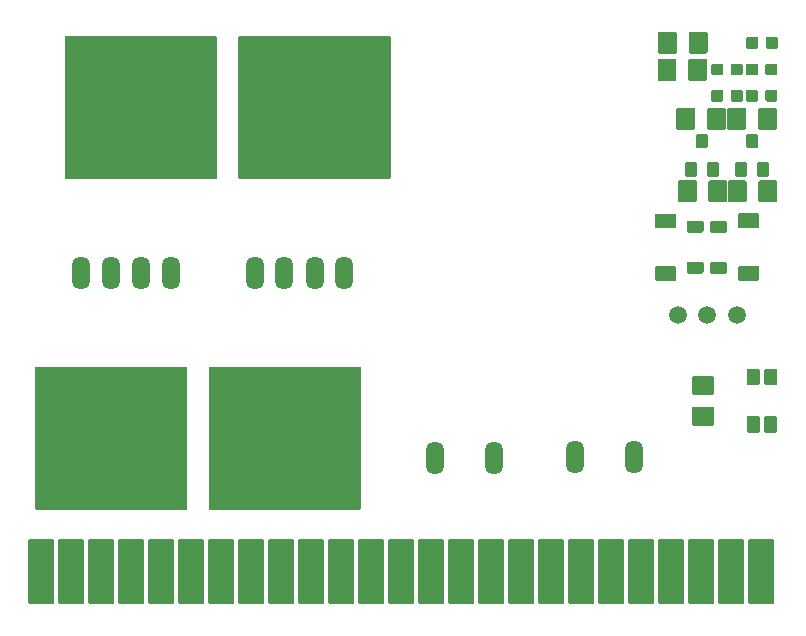
<source format=gbr>
%TF.GenerationSoftware,KiCad,Pcbnew,(5.1.10)-1*%
%TF.CreationDate,2022-09-23T13:33:22+09:00*%
%TF.ProjectId,(KiCad)DriveUnit_B-series(ver2.0),284b6943-6164-4294-9472-697665556e69,rev?*%
%TF.SameCoordinates,Original*%
%TF.FileFunction,Soldermask,Top*%
%TF.FilePolarity,Negative*%
%FSLAX46Y46*%
G04 Gerber Fmt 4.6, Leading zero omitted, Abs format (unit mm)*
G04 Created by KiCad (PCBNEW (5.1.10)-1) date 2022-09-23 13:33:22*
%MOMM*%
%LPD*%
G01*
G04 APERTURE LIST*
%ADD10O,1.511200X2.819200*%
%ADD11C,1.511200*%
G04 APERTURE END LIST*
%TO.C,HA*%
G36*
G01*
X120009500Y-92837201D02*
X120009500Y-80899199D01*
G75*
G02*
X120111099Y-80797600I101599J0D01*
G01*
X132811101Y-80797600D01*
G75*
G02*
X132912700Y-80899199I0J-101599D01*
G01*
X132912700Y-92837201D01*
G75*
G02*
X132811101Y-92938800I-101599J0D01*
G01*
X120111099Y-92938800D01*
G75*
G02*
X120009500Y-92837201I0J101599D01*
G01*
G37*
D10*
X129001100Y-100863600D03*
X123921100Y-100863600D03*
%TD*%
%TO.C,HB*%
G36*
G01*
X134709500Y-92827201D02*
X134709500Y-80889199D01*
G75*
G02*
X134811099Y-80787600I101599J0D01*
G01*
X147511101Y-80787600D01*
G75*
G02*
X147612700Y-80889199I0J-101599D01*
G01*
X147612700Y-92827201D01*
G75*
G02*
X147511101Y-92928800I-101599J0D01*
G01*
X134811099Y-92928800D01*
G75*
G02*
X134709500Y-92827201I0J101599D01*
G01*
G37*
X143701100Y-100853600D03*
X138621100Y-100853600D03*
%TD*%
%TO.C,LA*%
G36*
G01*
X130412700Y-108889999D02*
X130412700Y-120828001D01*
G75*
G02*
X130311101Y-120929600I-101599J0D01*
G01*
X117611099Y-120929600D01*
G75*
G02*
X117509500Y-120828001I0J101599D01*
G01*
X117509500Y-108889999D01*
G75*
G02*
X117611099Y-108788400I101599J0D01*
G01*
X130311101Y-108788400D01*
G75*
G02*
X130412700Y-108889999I0J-101599D01*
G01*
G37*
X121421100Y-100863600D03*
X126501100Y-100863600D03*
%TD*%
%TO.C,LB*%
G36*
G01*
X145112700Y-108889999D02*
X145112700Y-120828001D01*
G75*
G02*
X145011101Y-120929600I-101599J0D01*
G01*
X132311099Y-120929600D01*
G75*
G02*
X132209500Y-120828001I0J101599D01*
G01*
X132209500Y-108889999D01*
G75*
G02*
X132311099Y-108788400I101599J0D01*
G01*
X145011101Y-108788400D01*
G75*
G02*
X145112700Y-108889999I0J-101599D01*
G01*
G37*
X136121100Y-100863600D03*
X141201100Y-100863600D03*
%TD*%
%TO.C,C10*%
X168221100Y-116463600D03*
X163221100Y-116463600D03*
%TD*%
%TO.C,C11*%
X156371100Y-116493600D03*
X151371100Y-116493600D03*
%TD*%
%TO.C,D4*%
G36*
G01*
X172781100Y-99932000D02*
X174001100Y-99932000D01*
G75*
G02*
X174102700Y-100033600I0J-101600D01*
G01*
X174102700Y-100813600D01*
G75*
G02*
X174001100Y-100915200I-101600J0D01*
G01*
X172781100Y-100915200D01*
G75*
G02*
X172679500Y-100813600I0J101600D01*
G01*
X172679500Y-100033600D01*
G75*
G02*
X172781100Y-99932000I101600J0D01*
G01*
G37*
G36*
G01*
X172781100Y-96452000D02*
X174001100Y-96452000D01*
G75*
G02*
X174102700Y-96553600I0J-101600D01*
G01*
X174102700Y-97333600D01*
G75*
G02*
X174001100Y-97435200I-101600J0D01*
G01*
X172781100Y-97435200D01*
G75*
G02*
X172679500Y-97333600I0J101600D01*
G01*
X172679500Y-96553600D01*
G75*
G02*
X172781100Y-96452000I101600J0D01*
G01*
G37*
%TD*%
%TO.C,D5*%
G36*
G01*
X174781100Y-99952000D02*
X176001100Y-99952000D01*
G75*
G02*
X176102700Y-100053600I0J-101600D01*
G01*
X176102700Y-100833600D01*
G75*
G02*
X176001100Y-100935200I-101600J0D01*
G01*
X174781100Y-100935200D01*
G75*
G02*
X174679500Y-100833600I0J101600D01*
G01*
X174679500Y-100053600D01*
G75*
G02*
X174781100Y-99952000I101600J0D01*
G01*
G37*
G36*
G01*
X174781100Y-96472000D02*
X176001100Y-96472000D01*
G75*
G02*
X176102700Y-96573600I0J-101600D01*
G01*
X176102700Y-97353600D01*
G75*
G02*
X176001100Y-97455200I-101600J0D01*
G01*
X174781100Y-97455200D01*
G75*
G02*
X174679500Y-97353600I0J101600D01*
G01*
X174679500Y-96573600D01*
G75*
G02*
X174781100Y-96472000I101600J0D01*
G01*
G37*
%TD*%
%TO.C,EDGE1*%
G36*
G01*
X177879500Y-128803600D02*
X177879500Y-123503600D01*
G75*
G02*
X177981100Y-123402000I101600J0D01*
G01*
X179981100Y-123402000D01*
G75*
G02*
X180082700Y-123503600I0J-101600D01*
G01*
X180082700Y-128803600D01*
G75*
G02*
X179981100Y-128905200I-101600J0D01*
G01*
X177981100Y-128905200D01*
G75*
G02*
X177879500Y-128803600I0J101600D01*
G01*
G37*
G36*
G01*
X175339500Y-128803600D02*
X175339500Y-123503600D01*
G75*
G02*
X175441100Y-123402000I101600J0D01*
G01*
X177441100Y-123402000D01*
G75*
G02*
X177542700Y-123503600I0J-101600D01*
G01*
X177542700Y-128803600D01*
G75*
G02*
X177441100Y-128905200I-101600J0D01*
G01*
X175441100Y-128905200D01*
G75*
G02*
X175339500Y-128803600I0J101600D01*
G01*
G37*
G36*
G01*
X172799500Y-128803600D02*
X172799500Y-123503600D01*
G75*
G02*
X172901100Y-123402000I101600J0D01*
G01*
X174901100Y-123402000D01*
G75*
G02*
X175002700Y-123503600I0J-101600D01*
G01*
X175002700Y-128803600D01*
G75*
G02*
X174901100Y-128905200I-101600J0D01*
G01*
X172901100Y-128905200D01*
G75*
G02*
X172799500Y-128803600I0J101600D01*
G01*
G37*
G36*
G01*
X170259500Y-128803600D02*
X170259500Y-123503600D01*
G75*
G02*
X170361100Y-123402000I101600J0D01*
G01*
X172361100Y-123402000D01*
G75*
G02*
X172462700Y-123503600I0J-101600D01*
G01*
X172462700Y-128803600D01*
G75*
G02*
X172361100Y-128905200I-101600J0D01*
G01*
X170361100Y-128905200D01*
G75*
G02*
X170259500Y-128803600I0J101600D01*
G01*
G37*
G36*
G01*
X167719500Y-128803600D02*
X167719500Y-123503600D01*
G75*
G02*
X167821100Y-123402000I101600J0D01*
G01*
X169821100Y-123402000D01*
G75*
G02*
X169922700Y-123503600I0J-101600D01*
G01*
X169922700Y-128803600D01*
G75*
G02*
X169821100Y-128905200I-101600J0D01*
G01*
X167821100Y-128905200D01*
G75*
G02*
X167719500Y-128803600I0J101600D01*
G01*
G37*
G36*
G01*
X165179500Y-128803600D02*
X165179500Y-123503600D01*
G75*
G02*
X165281100Y-123402000I101600J0D01*
G01*
X167281100Y-123402000D01*
G75*
G02*
X167382700Y-123503600I0J-101600D01*
G01*
X167382700Y-128803600D01*
G75*
G02*
X167281100Y-128905200I-101600J0D01*
G01*
X165281100Y-128905200D01*
G75*
G02*
X165179500Y-128803600I0J101600D01*
G01*
G37*
G36*
G01*
X162639500Y-128803600D02*
X162639500Y-123503600D01*
G75*
G02*
X162741100Y-123402000I101600J0D01*
G01*
X164741100Y-123402000D01*
G75*
G02*
X164842700Y-123503600I0J-101600D01*
G01*
X164842700Y-128803600D01*
G75*
G02*
X164741100Y-128905200I-101600J0D01*
G01*
X162741100Y-128905200D01*
G75*
G02*
X162639500Y-128803600I0J101600D01*
G01*
G37*
G36*
G01*
X160099500Y-128803600D02*
X160099500Y-123503600D01*
G75*
G02*
X160201100Y-123402000I101600J0D01*
G01*
X162201100Y-123402000D01*
G75*
G02*
X162302700Y-123503600I0J-101600D01*
G01*
X162302700Y-128803600D01*
G75*
G02*
X162201100Y-128905200I-101600J0D01*
G01*
X160201100Y-128905200D01*
G75*
G02*
X160099500Y-128803600I0J101600D01*
G01*
G37*
G36*
G01*
X157559500Y-128803600D02*
X157559500Y-123503600D01*
G75*
G02*
X157661100Y-123402000I101600J0D01*
G01*
X159661100Y-123402000D01*
G75*
G02*
X159762700Y-123503600I0J-101600D01*
G01*
X159762700Y-128803600D01*
G75*
G02*
X159661100Y-128905200I-101600J0D01*
G01*
X157661100Y-128905200D01*
G75*
G02*
X157559500Y-128803600I0J101600D01*
G01*
G37*
G36*
G01*
X155019500Y-128803600D02*
X155019500Y-123503600D01*
G75*
G02*
X155121100Y-123402000I101600J0D01*
G01*
X157121100Y-123402000D01*
G75*
G02*
X157222700Y-123503600I0J-101600D01*
G01*
X157222700Y-128803600D01*
G75*
G02*
X157121100Y-128905200I-101600J0D01*
G01*
X155121100Y-128905200D01*
G75*
G02*
X155019500Y-128803600I0J101600D01*
G01*
G37*
G36*
G01*
X152479500Y-128803600D02*
X152479500Y-123503600D01*
G75*
G02*
X152581100Y-123402000I101600J0D01*
G01*
X154581100Y-123402000D01*
G75*
G02*
X154682700Y-123503600I0J-101600D01*
G01*
X154682700Y-128803600D01*
G75*
G02*
X154581100Y-128905200I-101600J0D01*
G01*
X152581100Y-128905200D01*
G75*
G02*
X152479500Y-128803600I0J101600D01*
G01*
G37*
G36*
G01*
X149939500Y-128803600D02*
X149939500Y-123503600D01*
G75*
G02*
X150041100Y-123402000I101600J0D01*
G01*
X152041100Y-123402000D01*
G75*
G02*
X152142700Y-123503600I0J-101600D01*
G01*
X152142700Y-128803600D01*
G75*
G02*
X152041100Y-128905200I-101600J0D01*
G01*
X150041100Y-128905200D01*
G75*
G02*
X149939500Y-128803600I0J101600D01*
G01*
G37*
G36*
G01*
X147399500Y-128803600D02*
X147399500Y-123503600D01*
G75*
G02*
X147501100Y-123402000I101600J0D01*
G01*
X149501100Y-123402000D01*
G75*
G02*
X149602700Y-123503600I0J-101600D01*
G01*
X149602700Y-128803600D01*
G75*
G02*
X149501100Y-128905200I-101600J0D01*
G01*
X147501100Y-128905200D01*
G75*
G02*
X147399500Y-128803600I0J101600D01*
G01*
G37*
G36*
G01*
X144859500Y-128803600D02*
X144859500Y-123503600D01*
G75*
G02*
X144961100Y-123402000I101600J0D01*
G01*
X146961100Y-123402000D01*
G75*
G02*
X147062700Y-123503600I0J-101600D01*
G01*
X147062700Y-128803600D01*
G75*
G02*
X146961100Y-128905200I-101600J0D01*
G01*
X144961100Y-128905200D01*
G75*
G02*
X144859500Y-128803600I0J101600D01*
G01*
G37*
G36*
G01*
X142319500Y-128803600D02*
X142319500Y-123503600D01*
G75*
G02*
X142421100Y-123402000I101600J0D01*
G01*
X144421100Y-123402000D01*
G75*
G02*
X144522700Y-123503600I0J-101600D01*
G01*
X144522700Y-128803600D01*
G75*
G02*
X144421100Y-128905200I-101600J0D01*
G01*
X142421100Y-128905200D01*
G75*
G02*
X142319500Y-128803600I0J101600D01*
G01*
G37*
G36*
G01*
X139779500Y-128803600D02*
X139779500Y-123503600D01*
G75*
G02*
X139881100Y-123402000I101600J0D01*
G01*
X141881100Y-123402000D01*
G75*
G02*
X141982700Y-123503600I0J-101600D01*
G01*
X141982700Y-128803600D01*
G75*
G02*
X141881100Y-128905200I-101600J0D01*
G01*
X139881100Y-128905200D01*
G75*
G02*
X139779500Y-128803600I0J101600D01*
G01*
G37*
G36*
G01*
X137239500Y-128803600D02*
X137239500Y-123503600D01*
G75*
G02*
X137341100Y-123402000I101600J0D01*
G01*
X139341100Y-123402000D01*
G75*
G02*
X139442700Y-123503600I0J-101600D01*
G01*
X139442700Y-128803600D01*
G75*
G02*
X139341100Y-128905200I-101600J0D01*
G01*
X137341100Y-128905200D01*
G75*
G02*
X137239500Y-128803600I0J101600D01*
G01*
G37*
G36*
G01*
X134699500Y-128803600D02*
X134699500Y-123503600D01*
G75*
G02*
X134801100Y-123402000I101600J0D01*
G01*
X136801100Y-123402000D01*
G75*
G02*
X136902700Y-123503600I0J-101600D01*
G01*
X136902700Y-128803600D01*
G75*
G02*
X136801100Y-128905200I-101600J0D01*
G01*
X134801100Y-128905200D01*
G75*
G02*
X134699500Y-128803600I0J101600D01*
G01*
G37*
G36*
G01*
X132159500Y-128803600D02*
X132159500Y-123503600D01*
G75*
G02*
X132261100Y-123402000I101600J0D01*
G01*
X134261100Y-123402000D01*
G75*
G02*
X134362700Y-123503600I0J-101600D01*
G01*
X134362700Y-128803600D01*
G75*
G02*
X134261100Y-128905200I-101600J0D01*
G01*
X132261100Y-128905200D01*
G75*
G02*
X132159500Y-128803600I0J101600D01*
G01*
G37*
G36*
G01*
X129619500Y-128803600D02*
X129619500Y-123503600D01*
G75*
G02*
X129721100Y-123402000I101600J0D01*
G01*
X131721100Y-123402000D01*
G75*
G02*
X131822700Y-123503600I0J-101600D01*
G01*
X131822700Y-128803600D01*
G75*
G02*
X131721100Y-128905200I-101600J0D01*
G01*
X129721100Y-128905200D01*
G75*
G02*
X129619500Y-128803600I0J101600D01*
G01*
G37*
G36*
G01*
X127079500Y-128803600D02*
X127079500Y-123503600D01*
G75*
G02*
X127181100Y-123402000I101600J0D01*
G01*
X129181100Y-123402000D01*
G75*
G02*
X129282700Y-123503600I0J-101600D01*
G01*
X129282700Y-128803600D01*
G75*
G02*
X129181100Y-128905200I-101600J0D01*
G01*
X127181100Y-128905200D01*
G75*
G02*
X127079500Y-128803600I0J101600D01*
G01*
G37*
G36*
G01*
X124539500Y-128803600D02*
X124539500Y-123503600D01*
G75*
G02*
X124641100Y-123402000I101600J0D01*
G01*
X126641100Y-123402000D01*
G75*
G02*
X126742700Y-123503600I0J-101600D01*
G01*
X126742700Y-128803600D01*
G75*
G02*
X126641100Y-128905200I-101600J0D01*
G01*
X124641100Y-128905200D01*
G75*
G02*
X124539500Y-128803600I0J101600D01*
G01*
G37*
G36*
G01*
X121999500Y-128803600D02*
X121999500Y-123503600D01*
G75*
G02*
X122101100Y-123402000I101600J0D01*
G01*
X124101100Y-123402000D01*
G75*
G02*
X124202700Y-123503600I0J-101600D01*
G01*
X124202700Y-128803600D01*
G75*
G02*
X124101100Y-128905200I-101600J0D01*
G01*
X122101100Y-128905200D01*
G75*
G02*
X121999500Y-128803600I0J101600D01*
G01*
G37*
G36*
G01*
X119459500Y-128803600D02*
X119459500Y-123503600D01*
G75*
G02*
X119561100Y-123402000I101600J0D01*
G01*
X121561100Y-123402000D01*
G75*
G02*
X121662700Y-123503600I0J-101600D01*
G01*
X121662700Y-128803600D01*
G75*
G02*
X121561100Y-128905200I-101600J0D01*
G01*
X119561100Y-128905200D01*
G75*
G02*
X119459500Y-128803600I0J101600D01*
G01*
G37*
G36*
G01*
X116919500Y-128803600D02*
X116919500Y-123503600D01*
G75*
G02*
X117021100Y-123402000I101600J0D01*
G01*
X119021100Y-123402000D01*
G75*
G02*
X119122700Y-123503600I0J-101600D01*
G01*
X119122700Y-128803600D01*
G75*
G02*
X119021100Y-128905200I-101600J0D01*
G01*
X117021100Y-128905200D01*
G75*
G02*
X116919500Y-128803600I0J101600D01*
G01*
G37*
%TD*%
%TO.C,LED1*%
G36*
G01*
X176511100Y-83132000D02*
X177311100Y-83132000D01*
G75*
G02*
X177412700Y-83233600I0J-101600D01*
G01*
X177412700Y-84033600D01*
G75*
G02*
X177311100Y-84135200I-101600J0D01*
G01*
X176511100Y-84135200D01*
G75*
G02*
X176409500Y-84033600I0J101600D01*
G01*
X176409500Y-83233600D01*
G75*
G02*
X176511100Y-83132000I101600J0D01*
G01*
G37*
G36*
G01*
X174861100Y-83132000D02*
X175661100Y-83132000D01*
G75*
G02*
X175762700Y-83233600I0J-101600D01*
G01*
X175762700Y-84033600D01*
G75*
G02*
X175661100Y-84135200I-101600J0D01*
G01*
X174861100Y-84135200D01*
G75*
G02*
X174759500Y-84033600I0J101600D01*
G01*
X174759500Y-83233600D01*
G75*
G02*
X174861100Y-83132000I101600J0D01*
G01*
G37*
%TD*%
%TO.C,LED2*%
G36*
G01*
X179451100Y-83132000D02*
X180251100Y-83132000D01*
G75*
G02*
X180352700Y-83233600I0J-101600D01*
G01*
X180352700Y-84033600D01*
G75*
G02*
X180251100Y-84135200I-101600J0D01*
G01*
X179451100Y-84135200D01*
G75*
G02*
X179349500Y-84033600I0J101600D01*
G01*
X179349500Y-83233600D01*
G75*
G02*
X179451100Y-83132000I101600J0D01*
G01*
G37*
G36*
G01*
X177801100Y-83132000D02*
X178601100Y-83132000D01*
G75*
G02*
X178702700Y-83233600I0J-101600D01*
G01*
X178702700Y-84033600D01*
G75*
G02*
X178601100Y-84135200I-101600J0D01*
G01*
X177801100Y-84135200D01*
G75*
G02*
X177699500Y-84033600I0J101600D01*
G01*
X177699500Y-83233600D01*
G75*
G02*
X177801100Y-83132000I101600J0D01*
G01*
G37*
%TD*%
%TO.C,LED3*%
G36*
G01*
X178631100Y-81875200D02*
X177831100Y-81875200D01*
G75*
G02*
X177729500Y-81773600I0J101600D01*
G01*
X177729500Y-80973600D01*
G75*
G02*
X177831100Y-80872000I101600J0D01*
G01*
X178631100Y-80872000D01*
G75*
G02*
X178732700Y-80973600I0J-101600D01*
G01*
X178732700Y-81773600D01*
G75*
G02*
X178631100Y-81875200I-101600J0D01*
G01*
G37*
G36*
G01*
X180281100Y-81875200D02*
X179481100Y-81875200D01*
G75*
G02*
X179379500Y-81773600I0J101600D01*
G01*
X179379500Y-80973600D01*
G75*
G02*
X179481100Y-80872000I101600J0D01*
G01*
X180281100Y-80872000D01*
G75*
G02*
X180382700Y-80973600I0J-101600D01*
G01*
X180382700Y-81773600D01*
G75*
G02*
X180281100Y-81875200I-101600J0D01*
G01*
G37*
%TD*%
%TO.C,LED4*%
G36*
G01*
X176511100Y-85352000D02*
X177311100Y-85352000D01*
G75*
G02*
X177412700Y-85453600I0J-101600D01*
G01*
X177412700Y-86253600D01*
G75*
G02*
X177311100Y-86355200I-101600J0D01*
G01*
X176511100Y-86355200D01*
G75*
G02*
X176409500Y-86253600I0J101600D01*
G01*
X176409500Y-85453600D01*
G75*
G02*
X176511100Y-85352000I101600J0D01*
G01*
G37*
G36*
G01*
X174861100Y-85352000D02*
X175661100Y-85352000D01*
G75*
G02*
X175762700Y-85453600I0J-101600D01*
G01*
X175762700Y-86253600D01*
G75*
G02*
X175661100Y-86355200I-101600J0D01*
G01*
X174861100Y-86355200D01*
G75*
G02*
X174759500Y-86253600I0J101600D01*
G01*
X174759500Y-85453600D01*
G75*
G02*
X174861100Y-85352000I101600J0D01*
G01*
G37*
%TD*%
%TO.C,LED5*%
G36*
G01*
X179451100Y-85352000D02*
X180251100Y-85352000D01*
G75*
G02*
X180352700Y-85453600I0J-101600D01*
G01*
X180352700Y-86253600D01*
G75*
G02*
X180251100Y-86355200I-101600J0D01*
G01*
X179451100Y-86355200D01*
G75*
G02*
X179349500Y-86253600I0J101600D01*
G01*
X179349500Y-85453600D01*
G75*
G02*
X179451100Y-85352000I101600J0D01*
G01*
G37*
G36*
G01*
X177801100Y-85352000D02*
X178601100Y-85352000D01*
G75*
G02*
X178702700Y-85453600I0J-101600D01*
G01*
X178702700Y-86253600D01*
G75*
G02*
X178601100Y-86355200I-101600J0D01*
G01*
X177801100Y-86355200D01*
G75*
G02*
X177699500Y-86253600I0J101600D01*
G01*
X177699500Y-85453600D01*
G75*
G02*
X177801100Y-85352000I101600J0D01*
G01*
G37*
%TD*%
%TO.C,R11*%
G36*
G01*
X174885001Y-111185200D02*
X173234999Y-111185200D01*
G75*
G02*
X173133400Y-111083601I0J101599D01*
G01*
X173133400Y-109683599D01*
G75*
G02*
X173234999Y-109582000I101599J0D01*
G01*
X174885001Y-109582000D01*
G75*
G02*
X174986600Y-109683599I0J-101599D01*
G01*
X174986600Y-111083601D01*
G75*
G02*
X174885001Y-111185200I-101599J0D01*
G01*
G37*
G36*
G01*
X174885001Y-113785200D02*
X173234999Y-113785200D01*
G75*
G02*
X173133400Y-113683601I0J101599D01*
G01*
X173133400Y-112283599D01*
G75*
G02*
X173234999Y-112182000I101599J0D01*
G01*
X174885001Y-112182000D01*
G75*
G02*
X174986600Y-112283599I0J-101599D01*
G01*
X174986600Y-113683601D01*
G75*
G02*
X174885001Y-113785200I-101599J0D01*
G01*
G37*
%TD*%
%TO.C,R22*%
G36*
G01*
X172839500Y-82178601D02*
X172839500Y-80528599D01*
G75*
G02*
X172941099Y-80427000I101599J0D01*
G01*
X174341101Y-80427000D01*
G75*
G02*
X174442700Y-80528599I0J-101599D01*
G01*
X174442700Y-82178601D01*
G75*
G02*
X174341101Y-82280200I-101599J0D01*
G01*
X172941099Y-82280200D01*
G75*
G02*
X172839500Y-82178601I0J101599D01*
G01*
G37*
G36*
G01*
X170239500Y-82178601D02*
X170239500Y-80528599D01*
G75*
G02*
X170341099Y-80427000I101599J0D01*
G01*
X171741101Y-80427000D01*
G75*
G02*
X171842700Y-80528599I0J-101599D01*
G01*
X171842700Y-82178601D01*
G75*
G02*
X171741101Y-82280200I-101599J0D01*
G01*
X170341099Y-82280200D01*
G75*
G02*
X170239500Y-82178601I0J101599D01*
G01*
G37*
%TD*%
%TO.C,R3*%
G36*
G01*
X172809500Y-84488601D02*
X172809500Y-82838599D01*
G75*
G02*
X172911099Y-82737000I101599J0D01*
G01*
X174311101Y-82737000D01*
G75*
G02*
X174412700Y-82838599I0J-101599D01*
G01*
X174412700Y-84488601D01*
G75*
G02*
X174311101Y-84590200I-101599J0D01*
G01*
X172911099Y-84590200D01*
G75*
G02*
X172809500Y-84488601I0J101599D01*
G01*
G37*
G36*
G01*
X170209500Y-84488601D02*
X170209500Y-82838599D01*
G75*
G02*
X170311099Y-82737000I101599J0D01*
G01*
X171711101Y-82737000D01*
G75*
G02*
X171812700Y-82838599I0J-101599D01*
G01*
X171812700Y-84488601D01*
G75*
G02*
X171711101Y-84590200I-101599J0D01*
G01*
X170311099Y-84590200D01*
G75*
G02*
X170209500Y-84488601I0J101599D01*
G01*
G37*
%TD*%
%TO.C,R4*%
G36*
G01*
X174519500Y-94778601D02*
X174519500Y-93128599D01*
G75*
G02*
X174621099Y-93027000I101599J0D01*
G01*
X176021101Y-93027000D01*
G75*
G02*
X176122700Y-93128599I0J-101599D01*
G01*
X176122700Y-94778601D01*
G75*
G02*
X176021101Y-94880200I-101599J0D01*
G01*
X174621099Y-94880200D01*
G75*
G02*
X174519500Y-94778601I0J101599D01*
G01*
G37*
G36*
G01*
X171919500Y-94778601D02*
X171919500Y-93128599D01*
G75*
G02*
X172021099Y-93027000I101599J0D01*
G01*
X173421101Y-93027000D01*
G75*
G02*
X173522700Y-93128599I0J-101599D01*
G01*
X173522700Y-94778601D01*
G75*
G02*
X173421101Y-94880200I-101599J0D01*
G01*
X172021099Y-94880200D01*
G75*
G02*
X171919500Y-94778601I0J101599D01*
G01*
G37*
%TD*%
%TO.C,R5*%
G36*
G01*
X177752700Y-93128599D02*
X177752700Y-94778601D01*
G75*
G02*
X177651101Y-94880200I-101599J0D01*
G01*
X176251099Y-94880200D01*
G75*
G02*
X176149500Y-94778601I0J101599D01*
G01*
X176149500Y-93128599D01*
G75*
G02*
X176251099Y-93027000I101599J0D01*
G01*
X177651101Y-93027000D01*
G75*
G02*
X177752700Y-93128599I0J-101599D01*
G01*
G37*
G36*
G01*
X180352700Y-93128599D02*
X180352700Y-94778601D01*
G75*
G02*
X180251101Y-94880200I-101599J0D01*
G01*
X178851099Y-94880200D01*
G75*
G02*
X178749500Y-94778601I0J101599D01*
G01*
X178749500Y-93128599D01*
G75*
G02*
X178851099Y-93027000I101599J0D01*
G01*
X180251101Y-93027000D01*
G75*
G02*
X180352700Y-93128599I0J-101599D01*
G01*
G37*
%TD*%
%TO.C,R7*%
G36*
G01*
X173402700Y-86978599D02*
X173402700Y-88628601D01*
G75*
G02*
X173301101Y-88730200I-101599J0D01*
G01*
X171901099Y-88730200D01*
G75*
G02*
X171799500Y-88628601I0J101599D01*
G01*
X171799500Y-86978599D01*
G75*
G02*
X171901099Y-86877000I101599J0D01*
G01*
X173301101Y-86877000D01*
G75*
G02*
X173402700Y-86978599I0J-101599D01*
G01*
G37*
G36*
G01*
X176002700Y-86978599D02*
X176002700Y-88628601D01*
G75*
G02*
X175901101Y-88730200I-101599J0D01*
G01*
X174501099Y-88730200D01*
G75*
G02*
X174399500Y-88628601I0J101599D01*
G01*
X174399500Y-86978599D01*
G75*
G02*
X174501099Y-86877000I101599J0D01*
G01*
X175901101Y-86877000D01*
G75*
G02*
X176002700Y-86978599I0J-101599D01*
G01*
G37*
%TD*%
%TO.C,R8*%
G36*
G01*
X178719500Y-88628601D02*
X178719500Y-86978599D01*
G75*
G02*
X178821099Y-86877000I101599J0D01*
G01*
X180221101Y-86877000D01*
G75*
G02*
X180322700Y-86978599I0J-101599D01*
G01*
X180322700Y-88628601D01*
G75*
G02*
X180221101Y-88730200I-101599J0D01*
G01*
X178821099Y-88730200D01*
G75*
G02*
X178719500Y-88628601I0J101599D01*
G01*
G37*
G36*
G01*
X176119500Y-88628601D02*
X176119500Y-86978599D01*
G75*
G02*
X176221099Y-86877000I101599J0D01*
G01*
X177621101Y-86877000D01*
G75*
G02*
X177722700Y-86978599I0J-101599D01*
G01*
X177722700Y-88628601D01*
G75*
G02*
X177621101Y-88730200I-101599J0D01*
G01*
X176221099Y-88730200D01*
G75*
G02*
X176119500Y-88628601I0J101599D01*
G01*
G37*
%TD*%
%TO.C,SA*%
G36*
G01*
X171701100Y-97090200D02*
X170101100Y-97090200D01*
G75*
G02*
X169999500Y-96988600I0J101600D01*
G01*
X169999500Y-95938600D01*
G75*
G02*
X170101100Y-95837000I101600J0D01*
G01*
X171701100Y-95837000D01*
G75*
G02*
X171802700Y-95938600I0J-101600D01*
G01*
X171802700Y-96988600D01*
G75*
G02*
X171701100Y-97090200I-101600J0D01*
G01*
G37*
G36*
G01*
X171701100Y-101540200D02*
X170101100Y-101540200D01*
G75*
G02*
X169999500Y-101438600I0J101600D01*
G01*
X169999500Y-100388600D01*
G75*
G02*
X170101100Y-100287000I101600J0D01*
G01*
X171701100Y-100287000D01*
G75*
G02*
X171802700Y-100388600I0J-101600D01*
G01*
X171802700Y-101438600D01*
G75*
G02*
X171701100Y-101540200I-101600J0D01*
G01*
G37*
%TD*%
%TO.C,SB*%
G36*
G01*
X177121100Y-100267000D02*
X178721100Y-100267000D01*
G75*
G02*
X178822700Y-100368600I0J-101600D01*
G01*
X178822700Y-101418600D01*
G75*
G02*
X178721100Y-101520200I-101600J0D01*
G01*
X177121100Y-101520200D01*
G75*
G02*
X177019500Y-101418600I0J101600D01*
G01*
X177019500Y-100368600D01*
G75*
G02*
X177121100Y-100267000I101600J0D01*
G01*
G37*
G36*
G01*
X177121100Y-95817000D02*
X178721100Y-95817000D01*
G75*
G02*
X178822700Y-95918600I0J-101600D01*
G01*
X178822700Y-96968600D01*
G75*
G02*
X178721100Y-97070200I-101600J0D01*
G01*
X177121100Y-97070200D01*
G75*
G02*
X177019500Y-96968600I0J101600D01*
G01*
X177019500Y-95918600D01*
G75*
G02*
X177121100Y-95817000I101600J0D01*
G01*
G37*
%TD*%
%TO.C,RESET*%
G36*
G01*
X178751100Y-114385200D02*
X177851100Y-114385200D01*
G75*
G02*
X177749500Y-114283600I0J101600D01*
G01*
X177749500Y-113083600D01*
G75*
G02*
X177851100Y-112982000I101600J0D01*
G01*
X178751100Y-112982000D01*
G75*
G02*
X178852700Y-113083600I0J-101600D01*
G01*
X178852700Y-114283600D01*
G75*
G02*
X178751100Y-114385200I-101600J0D01*
G01*
G37*
G36*
G01*
X178751100Y-110385200D02*
X177851100Y-110385200D01*
G75*
G02*
X177749500Y-110283600I0J101600D01*
G01*
X177749500Y-109083600D01*
G75*
G02*
X177851100Y-108982000I101600J0D01*
G01*
X178751100Y-108982000D01*
G75*
G02*
X178852700Y-109083600I0J-101600D01*
G01*
X178852700Y-110283600D01*
G75*
G02*
X178751100Y-110385200I-101600J0D01*
G01*
G37*
G36*
G01*
X180251100Y-110385200D02*
X179351100Y-110385200D01*
G75*
G02*
X179249500Y-110283600I0J101600D01*
G01*
X179249500Y-109083600D01*
G75*
G02*
X179351100Y-108982000I101600J0D01*
G01*
X180251100Y-108982000D01*
G75*
G02*
X180352700Y-109083600I0J-101600D01*
G01*
X180352700Y-110283600D01*
G75*
G02*
X180251100Y-110385200I-101600J0D01*
G01*
G37*
G36*
G01*
X180251100Y-114385200D02*
X179351100Y-114385200D01*
G75*
G02*
X179249500Y-114283600I0J101600D01*
G01*
X179249500Y-113083600D01*
G75*
G02*
X179351100Y-112982000I101600J0D01*
G01*
X180251100Y-112982000D01*
G75*
G02*
X180352700Y-113083600I0J-101600D01*
G01*
X180352700Y-114283600D01*
G75*
G02*
X180251100Y-114385200I-101600J0D01*
G01*
G37*
%TD*%
D11*
%TO.C,SW4*%
X176901100Y-104413600D03*
X171901100Y-104413600D03*
X174401100Y-104413600D03*
%TD*%
%TO.C,TR1*%
G36*
G01*
X174370000Y-90301600D02*
X173570000Y-90301600D01*
G75*
G02*
X173468400Y-90200000I0J101600D01*
G01*
X173468400Y-89200000D01*
G75*
G02*
X173570000Y-89098400I101600J0D01*
G01*
X174370000Y-89098400D01*
G75*
G02*
X174471600Y-89200000I0J-101600D01*
G01*
X174471600Y-90200000D01*
G75*
G02*
X174370000Y-90301600I-101600J0D01*
G01*
G37*
G36*
G01*
X173420000Y-92701600D02*
X172620000Y-92701600D01*
G75*
G02*
X172518400Y-92600000I0J101600D01*
G01*
X172518400Y-91600000D01*
G75*
G02*
X172620000Y-91498400I101600J0D01*
G01*
X173420000Y-91498400D01*
G75*
G02*
X173521600Y-91600000I0J-101600D01*
G01*
X173521600Y-92600000D01*
G75*
G02*
X173420000Y-92701600I-101600J0D01*
G01*
G37*
G36*
G01*
X175320000Y-92701600D02*
X174520000Y-92701600D01*
G75*
G02*
X174418400Y-92600000I0J101600D01*
G01*
X174418400Y-91600000D01*
G75*
G02*
X174520000Y-91498400I101600J0D01*
G01*
X175320000Y-91498400D01*
G75*
G02*
X175421600Y-91600000I0J-101600D01*
G01*
X175421600Y-92600000D01*
G75*
G02*
X175320000Y-92701600I-101600J0D01*
G01*
G37*
%TD*%
%TO.C,TR2*%
G36*
G01*
X178611100Y-90301600D02*
X177811100Y-90301600D01*
G75*
G02*
X177709500Y-90200000I0J101600D01*
G01*
X177709500Y-89200000D01*
G75*
G02*
X177811100Y-89098400I101600J0D01*
G01*
X178611100Y-89098400D01*
G75*
G02*
X178712700Y-89200000I0J-101600D01*
G01*
X178712700Y-90200000D01*
G75*
G02*
X178611100Y-90301600I-101600J0D01*
G01*
G37*
G36*
G01*
X177661100Y-92701600D02*
X176861100Y-92701600D01*
G75*
G02*
X176759500Y-92600000I0J101600D01*
G01*
X176759500Y-91600000D01*
G75*
G02*
X176861100Y-91498400I101600J0D01*
G01*
X177661100Y-91498400D01*
G75*
G02*
X177762700Y-91600000I0J-101600D01*
G01*
X177762700Y-92600000D01*
G75*
G02*
X177661100Y-92701600I-101600J0D01*
G01*
G37*
G36*
G01*
X179561100Y-92701600D02*
X178761100Y-92701600D01*
G75*
G02*
X178659500Y-92600000I0J101600D01*
G01*
X178659500Y-91600000D01*
G75*
G02*
X178761100Y-91498400I101600J0D01*
G01*
X179561100Y-91498400D01*
G75*
G02*
X179662700Y-91600000I0J-101600D01*
G01*
X179662700Y-92600000D01*
G75*
G02*
X179561100Y-92701600I-101600J0D01*
G01*
G37*
%TD*%
M02*

</source>
